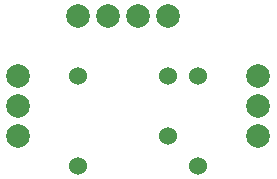
<source format=gbr>
%TF.GenerationSoftware,KiCad,Pcbnew,8.0.3*%
%TF.CreationDate,2024-07-22T19:56:27-05:00*%
%TF.ProjectId,WS2811 breakout board,57533238-3131-4206-9272-65616b6f7574,rev?*%
%TF.SameCoordinates,Original*%
%TF.FileFunction,Soldermask,Bot*%
%TF.FilePolarity,Negative*%
%FSLAX46Y46*%
G04 Gerber Fmt 4.6, Leading zero omitted, Abs format (unit mm)*
G04 Created by KiCad (PCBNEW 8.0.3) date 2024-07-22 19:56:27*
%MOMM*%
%LPD*%
G01*
G04 APERTURE LIST*
%ADD10C,2.000000*%
%ADD11C,1.524000*%
G04 APERTURE END LIST*
D10*
%TO.C,*%
X142240000Y-78740000D03*
%TD*%
D11*
%TO.C,REF\u002A\u002A*%
X152400000Y-91440000D03*
%TD*%
D10*
%TO.C,REF\u002A\u002A*%
X157480000Y-86360000D03*
%TD*%
%TO.C,*%
X144780000Y-78740000D03*
%TD*%
D11*
%TO.C,REF\u002A\u002A*%
X152400000Y-83820000D03*
%TD*%
D10*
%TO.C,*%
X149860000Y-78740000D03*
%TD*%
%TO.C,REF\u002A\u002A*%
X137160000Y-88900000D03*
%TD*%
%TO.C,*%
X147320000Y-78740000D03*
%TD*%
D11*
%TO.C,REF\u002A\u002A*%
X142240000Y-91440000D03*
%TD*%
D10*
%TO.C,REF\u002A\u002A*%
X137160000Y-83820000D03*
%TD*%
%TO.C,REF\u002A\u002A*%
X157480000Y-88900000D03*
%TD*%
D11*
%TO.C,REF\u002A\u002A*%
X142240000Y-83820000D03*
%TD*%
D10*
%TO.C,REF\u002A\u002A*%
X137160000Y-86360000D03*
%TD*%
D11*
%TO.C,REF\u002A\u002A*%
X149860000Y-83820000D03*
%TD*%
%TO.C,REF\u002A\u002A*%
X149860000Y-88900000D03*
%TD*%
D10*
%TO.C,REF\u002A\u002A*%
X157480000Y-83820000D03*
%TD*%
M02*

</source>
